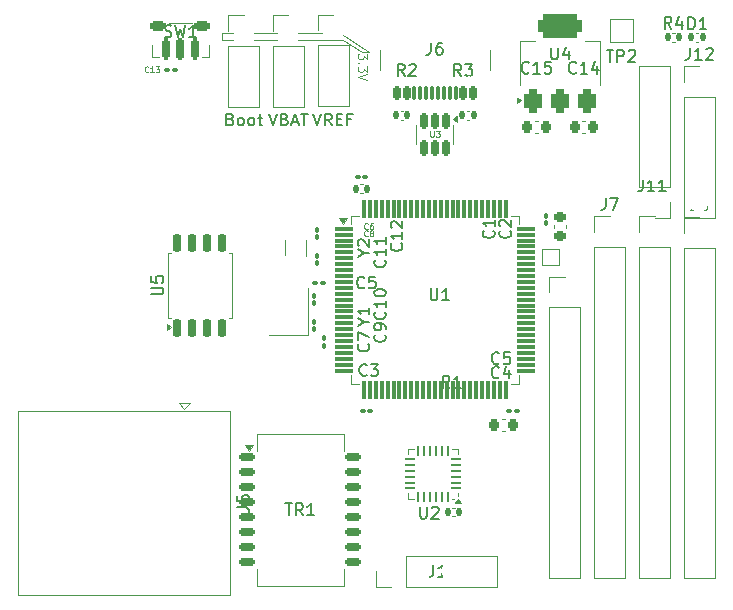
<source format=gto>
G04 #@! TF.GenerationSoftware,KiCad,Pcbnew,8.0.7*
G04 #@! TF.CreationDate,2025-01-11T17:49:48-05:00*
G04 #@! TF.ProjectId,STM32H750VBT6_Minimalistic_Design,53544d33-3248-4373-9530-564254365f4d,rev?*
G04 #@! TF.SameCoordinates,Original*
G04 #@! TF.FileFunction,Legend,Top*
G04 #@! TF.FilePolarity,Positive*
%FSLAX46Y46*%
G04 Gerber Fmt 4.6, Leading zero omitted, Abs format (unit mm)*
G04 Created by KiCad (PCBNEW 8.0.7) date 2025-01-11 17:49:48*
%MOMM*%
%LPD*%
G01*
G04 APERTURE LIST*
G04 Aperture macros list*
%AMRoundRect*
0 Rectangle with rounded corners*
0 $1 Rounding radius*
0 $2 $3 $4 $5 $6 $7 $8 $9 X,Y pos of 4 corners*
0 Add a 4 corners polygon primitive as box body*
4,1,4,$2,$3,$4,$5,$6,$7,$8,$9,$2,$3,0*
0 Add four circle primitives for the rounded corners*
1,1,$1+$1,$2,$3*
1,1,$1+$1,$4,$5*
1,1,$1+$1,$6,$7*
1,1,$1+$1,$8,$9*
0 Add four rect primitives between the rounded corners*
20,1,$1+$1,$2,$3,$4,$5,0*
20,1,$1+$1,$4,$5,$6,$7,0*
20,1,$1+$1,$6,$7,$8,$9,0*
20,1,$1+$1,$8,$9,$2,$3,0*%
G04 Aperture macros list end*
%ADD10C,0.100000*%
%ADD11C,0.150000*%
%ADD12C,0.125000*%
%ADD13C,0.120000*%
%ADD14RoundRect,0.100000X0.130000X0.100000X-0.130000X0.100000X-0.130000X-0.100000X0.130000X-0.100000X0*%
%ADD15RoundRect,0.100000X-0.130000X-0.100000X0.130000X-0.100000X0.130000X0.100000X-0.130000X0.100000X0*%
%ADD16RoundRect,0.062500X0.375000X0.062500X-0.375000X0.062500X-0.375000X-0.062500X0.375000X-0.062500X0*%
%ADD17RoundRect,0.062500X0.062500X0.375000X-0.062500X0.375000X-0.062500X-0.375000X0.062500X-0.375000X0*%
%ADD18R,2.500000X2.500000*%
%ADD19R,1.700000X1.700000*%
%ADD20O,1.700000X1.700000*%
%ADD21RoundRect,0.100000X-0.100000X0.130000X-0.100000X-0.130000X0.100000X-0.130000X0.100000X0.130000X0*%
%ADD22C,0.650000*%
%ADD23RoundRect,0.150000X0.150000X0.425000X-0.150000X0.425000X-0.150000X-0.425000X0.150000X-0.425000X0*%
%ADD24RoundRect,0.075000X0.075000X0.500000X-0.075000X0.500000X-0.075000X-0.500000X0.075000X-0.500000X0*%
%ADD25O,1.000000X2.100000*%
%ADD26O,1.000000X1.800000*%
%ADD27RoundRect,0.150000X0.150000X-0.650000X0.150000X0.650000X-0.150000X0.650000X-0.150000X-0.650000X0*%
%ADD28RoundRect,0.140000X-0.140000X-0.170000X0.140000X-0.170000X0.140000X0.170000X-0.140000X0.170000X0*%
%ADD29C,0.900000*%
%ADD30RoundRect,0.187500X0.187500X0.712500X-0.187500X0.712500X-0.187500X-0.712500X0.187500X-0.712500X0*%
%ADD31RoundRect,0.150000X0.150000X0.750000X-0.150000X0.750000X-0.150000X-0.750000X0.150000X-0.750000X0*%
%ADD32RoundRect,0.225000X0.425000X0.225000X-0.425000X0.225000X-0.425000X-0.225000X0.425000X-0.225000X0*%
%ADD33RoundRect,0.075000X-0.075000X-0.725000X0.075000X-0.725000X0.075000X0.725000X-0.075000X0.725000X0*%
%ADD34RoundRect,0.075000X-0.725000X-0.075000X0.725000X-0.075000X0.725000X0.075000X-0.725000X0.075000X0*%
%ADD35RoundRect,0.100000X0.100000X-0.130000X0.100000X0.130000X-0.100000X0.130000X-0.100000X-0.130000X0*%
%ADD36RoundRect,0.150000X-0.150000X0.512500X-0.150000X-0.512500X0.150000X-0.512500X0.150000X0.512500X0*%
%ADD37RoundRect,0.225000X-0.225000X-0.250000X0.225000X-0.250000X0.225000X0.250000X-0.225000X0.250000X0*%
%ADD38R,1.500000X1.500000*%
%ADD39R,1.200000X1.400000*%
%ADD40C,3.200000*%
%ADD41C,1.500000*%
%ADD42RoundRect,0.225000X0.250000X-0.225000X0.250000X0.225000X-0.250000X0.225000X-0.250000X-0.225000X0*%
%ADD43RoundRect,0.225000X0.225000X0.250000X-0.225000X0.250000X-0.225000X-0.250000X0.225000X-0.250000X0*%
%ADD44R,1.000000X1.000000*%
%ADD45RoundRect,0.150000X-0.537500X-0.150000X0.537500X-0.150000X0.537500X0.150000X-0.537500X0.150000X0*%
%ADD46RoundRect,0.140000X0.140000X0.170000X-0.140000X0.170000X-0.140000X-0.170000X0.140000X-0.170000X0*%
%ADD47RoundRect,0.375000X0.375000X-0.625000X0.375000X0.625000X-0.375000X0.625000X-0.375000X-0.625000X0*%
%ADD48RoundRect,0.500000X1.400000X-0.500000X1.400000X0.500000X-1.400000X0.500000X-1.400000X-0.500000X0*%
%ADD49R,1.800000X1.000000*%
G04 APERTURE END LIST*
D10*
X134400000Y-81800000D02*
X136800000Y-83400000D01*
X124400000Y-82400000D02*
X124400000Y-81800000D01*
X134600000Y-82400000D02*
X124400000Y-82400000D01*
X136800000Y-83400000D02*
X136200000Y-83400000D01*
X136200000Y-83400000D02*
X134600000Y-82400000D01*
X124400000Y-81800000D02*
X134400000Y-81800000D01*
D11*
X147833333Y-109759580D02*
X147785714Y-109807200D01*
X147785714Y-109807200D02*
X147642857Y-109854819D01*
X147642857Y-109854819D02*
X147547619Y-109854819D01*
X147547619Y-109854819D02*
X147404762Y-109807200D01*
X147404762Y-109807200D02*
X147309524Y-109711961D01*
X147309524Y-109711961D02*
X147261905Y-109616723D01*
X147261905Y-109616723D02*
X147214286Y-109426247D01*
X147214286Y-109426247D02*
X147214286Y-109283390D01*
X147214286Y-109283390D02*
X147261905Y-109092914D01*
X147261905Y-109092914D02*
X147309524Y-108997676D01*
X147309524Y-108997676D02*
X147404762Y-108902438D01*
X147404762Y-108902438D02*
X147547619Y-108854819D01*
X147547619Y-108854819D02*
X147642857Y-108854819D01*
X147642857Y-108854819D02*
X147785714Y-108902438D01*
X147785714Y-108902438D02*
X147833333Y-108950057D01*
X148738095Y-108854819D02*
X148261905Y-108854819D01*
X148261905Y-108854819D02*
X148214286Y-109331009D01*
X148214286Y-109331009D02*
X148261905Y-109283390D01*
X148261905Y-109283390D02*
X148357143Y-109235771D01*
X148357143Y-109235771D02*
X148595238Y-109235771D01*
X148595238Y-109235771D02*
X148690476Y-109283390D01*
X148690476Y-109283390D02*
X148738095Y-109331009D01*
X148738095Y-109331009D02*
X148785714Y-109426247D01*
X148785714Y-109426247D02*
X148785714Y-109664342D01*
X148785714Y-109664342D02*
X148738095Y-109759580D01*
X148738095Y-109759580D02*
X148690476Y-109807200D01*
X148690476Y-109807200D02*
X148595238Y-109854819D01*
X148595238Y-109854819D02*
X148357143Y-109854819D01*
X148357143Y-109854819D02*
X148261905Y-109807200D01*
X148261905Y-109807200D02*
X148214286Y-109759580D01*
D10*
X136646985Y-83572931D02*
X136646985Y-84037217D01*
X136646985Y-84037217D02*
X136361271Y-83787217D01*
X136361271Y-83787217D02*
X136361271Y-83894360D01*
X136361271Y-83894360D02*
X136325557Y-83965789D01*
X136325557Y-83965789D02*
X136289842Y-84001503D01*
X136289842Y-84001503D02*
X136218414Y-84037217D01*
X136218414Y-84037217D02*
X136039842Y-84037217D01*
X136039842Y-84037217D02*
X135968414Y-84001503D01*
X135968414Y-84001503D02*
X135932700Y-83965789D01*
X135932700Y-83965789D02*
X135896985Y-83894360D01*
X135896985Y-83894360D02*
X135896985Y-83680074D01*
X135896985Y-83680074D02*
X135932700Y-83608646D01*
X135932700Y-83608646D02*
X135968414Y-83572931D01*
X135968414Y-84358646D02*
X135932700Y-84394360D01*
X135932700Y-84394360D02*
X135896985Y-84358646D01*
X135896985Y-84358646D02*
X135932700Y-84322932D01*
X135932700Y-84322932D02*
X135968414Y-84358646D01*
X135968414Y-84358646D02*
X135896985Y-84358646D01*
X136646985Y-84644360D02*
X136646985Y-85108646D01*
X136646985Y-85108646D02*
X136361271Y-84858646D01*
X136361271Y-84858646D02*
X136361271Y-84965789D01*
X136361271Y-84965789D02*
X136325557Y-85037218D01*
X136325557Y-85037218D02*
X136289842Y-85072932D01*
X136289842Y-85072932D02*
X136218414Y-85108646D01*
X136218414Y-85108646D02*
X136039842Y-85108646D01*
X136039842Y-85108646D02*
X135968414Y-85072932D01*
X135968414Y-85072932D02*
X135932700Y-85037218D01*
X135932700Y-85037218D02*
X135896985Y-84965789D01*
X135896985Y-84965789D02*
X135896985Y-84751503D01*
X135896985Y-84751503D02*
X135932700Y-84680075D01*
X135932700Y-84680075D02*
X135968414Y-84644360D01*
X136646985Y-85322932D02*
X135896985Y-85572932D01*
X135896985Y-85572932D02*
X136646985Y-85822932D01*
D12*
X118128571Y-85092190D02*
X118104762Y-85116000D01*
X118104762Y-85116000D02*
X118033333Y-85139809D01*
X118033333Y-85139809D02*
X117985714Y-85139809D01*
X117985714Y-85139809D02*
X117914286Y-85116000D01*
X117914286Y-85116000D02*
X117866667Y-85068380D01*
X117866667Y-85068380D02*
X117842857Y-85020761D01*
X117842857Y-85020761D02*
X117819048Y-84925523D01*
X117819048Y-84925523D02*
X117819048Y-84854095D01*
X117819048Y-84854095D02*
X117842857Y-84758857D01*
X117842857Y-84758857D02*
X117866667Y-84711238D01*
X117866667Y-84711238D02*
X117914286Y-84663619D01*
X117914286Y-84663619D02*
X117985714Y-84639809D01*
X117985714Y-84639809D02*
X118033333Y-84639809D01*
X118033333Y-84639809D02*
X118104762Y-84663619D01*
X118104762Y-84663619D02*
X118128571Y-84687428D01*
X118604762Y-85139809D02*
X118319048Y-85139809D01*
X118461905Y-85139809D02*
X118461905Y-84639809D01*
X118461905Y-84639809D02*
X118414286Y-84711238D01*
X118414286Y-84711238D02*
X118366667Y-84758857D01*
X118366667Y-84758857D02*
X118319048Y-84782666D01*
X118771428Y-84639809D02*
X119080952Y-84639809D01*
X119080952Y-84639809D02*
X118914285Y-84830285D01*
X118914285Y-84830285D02*
X118985714Y-84830285D01*
X118985714Y-84830285D02*
X119033333Y-84854095D01*
X119033333Y-84854095D02*
X119057142Y-84877904D01*
X119057142Y-84877904D02*
X119080952Y-84925523D01*
X119080952Y-84925523D02*
X119080952Y-85044571D01*
X119080952Y-85044571D02*
X119057142Y-85092190D01*
X119057142Y-85092190D02*
X119033333Y-85116000D01*
X119033333Y-85116000D02*
X118985714Y-85139809D01*
X118985714Y-85139809D02*
X118842857Y-85139809D01*
X118842857Y-85139809D02*
X118795238Y-85116000D01*
X118795238Y-85116000D02*
X118771428Y-85092190D01*
X136716666Y-98377190D02*
X136692857Y-98401000D01*
X136692857Y-98401000D02*
X136621428Y-98424809D01*
X136621428Y-98424809D02*
X136573809Y-98424809D01*
X136573809Y-98424809D02*
X136502381Y-98401000D01*
X136502381Y-98401000D02*
X136454762Y-98353380D01*
X136454762Y-98353380D02*
X136430952Y-98305761D01*
X136430952Y-98305761D02*
X136407143Y-98210523D01*
X136407143Y-98210523D02*
X136407143Y-98139095D01*
X136407143Y-98139095D02*
X136430952Y-98043857D01*
X136430952Y-98043857D02*
X136454762Y-97996238D01*
X136454762Y-97996238D02*
X136502381Y-97948619D01*
X136502381Y-97948619D02*
X136573809Y-97924809D01*
X136573809Y-97924809D02*
X136621428Y-97924809D01*
X136621428Y-97924809D02*
X136692857Y-97948619D01*
X136692857Y-97948619D02*
X136716666Y-97972428D01*
X137145238Y-97924809D02*
X137050000Y-97924809D01*
X137050000Y-97924809D02*
X137002381Y-97948619D01*
X137002381Y-97948619D02*
X136978571Y-97972428D01*
X136978571Y-97972428D02*
X136930952Y-98043857D01*
X136930952Y-98043857D02*
X136907143Y-98139095D01*
X136907143Y-98139095D02*
X136907143Y-98329571D01*
X136907143Y-98329571D02*
X136930952Y-98377190D01*
X136930952Y-98377190D02*
X136954762Y-98401000D01*
X136954762Y-98401000D02*
X137002381Y-98424809D01*
X137002381Y-98424809D02*
X137097619Y-98424809D01*
X137097619Y-98424809D02*
X137145238Y-98401000D01*
X137145238Y-98401000D02*
X137169047Y-98377190D01*
X137169047Y-98377190D02*
X137192857Y-98329571D01*
X137192857Y-98329571D02*
X137192857Y-98210523D01*
X137192857Y-98210523D02*
X137169047Y-98162904D01*
X137169047Y-98162904D02*
X137145238Y-98139095D01*
X137145238Y-98139095D02*
X137097619Y-98115285D01*
X137097619Y-98115285D02*
X137002381Y-98115285D01*
X137002381Y-98115285D02*
X136954762Y-98139095D01*
X136954762Y-98139095D02*
X136930952Y-98162904D01*
X136930952Y-98162904D02*
X136907143Y-98210523D01*
D11*
X141138095Y-121929819D02*
X141138095Y-122739342D01*
X141138095Y-122739342D02*
X141185714Y-122834580D01*
X141185714Y-122834580D02*
X141233333Y-122882200D01*
X141233333Y-122882200D02*
X141328571Y-122929819D01*
X141328571Y-122929819D02*
X141519047Y-122929819D01*
X141519047Y-122929819D02*
X141614285Y-122882200D01*
X141614285Y-122882200D02*
X141661904Y-122834580D01*
X141661904Y-122834580D02*
X141709523Y-122739342D01*
X141709523Y-122739342D02*
X141709523Y-121929819D01*
X142138095Y-122025057D02*
X142185714Y-121977438D01*
X142185714Y-121977438D02*
X142280952Y-121929819D01*
X142280952Y-121929819D02*
X142519047Y-121929819D01*
X142519047Y-121929819D02*
X142614285Y-121977438D01*
X142614285Y-121977438D02*
X142661904Y-122025057D01*
X142661904Y-122025057D02*
X142709523Y-122120295D01*
X142709523Y-122120295D02*
X142709523Y-122215533D01*
X142709523Y-122215533D02*
X142661904Y-122358390D01*
X142661904Y-122358390D02*
X142090476Y-122929819D01*
X142090476Y-122929819D02*
X142709523Y-122929819D01*
X163990476Y-83094819D02*
X163990476Y-83809104D01*
X163990476Y-83809104D02*
X163942857Y-83951961D01*
X163942857Y-83951961D02*
X163847619Y-84047200D01*
X163847619Y-84047200D02*
X163704762Y-84094819D01*
X163704762Y-84094819D02*
X163609524Y-84094819D01*
X164990476Y-84094819D02*
X164419048Y-84094819D01*
X164704762Y-84094819D02*
X164704762Y-83094819D01*
X164704762Y-83094819D02*
X164609524Y-83237676D01*
X164609524Y-83237676D02*
X164514286Y-83332914D01*
X164514286Y-83332914D02*
X164419048Y-83380533D01*
X165371429Y-83190057D02*
X165419048Y-83142438D01*
X165419048Y-83142438D02*
X165514286Y-83094819D01*
X165514286Y-83094819D02*
X165752381Y-83094819D01*
X165752381Y-83094819D02*
X165847619Y-83142438D01*
X165847619Y-83142438D02*
X165895238Y-83190057D01*
X165895238Y-83190057D02*
X165942857Y-83285295D01*
X165942857Y-83285295D02*
X165942857Y-83380533D01*
X165942857Y-83380533D02*
X165895238Y-83523390D01*
X165895238Y-83523390D02*
X165323810Y-84094819D01*
X165323810Y-84094819D02*
X165942857Y-84094819D01*
X138159580Y-101042857D02*
X138207200Y-101090476D01*
X138207200Y-101090476D02*
X138254819Y-101233333D01*
X138254819Y-101233333D02*
X138254819Y-101328571D01*
X138254819Y-101328571D02*
X138207200Y-101471428D01*
X138207200Y-101471428D02*
X138111961Y-101566666D01*
X138111961Y-101566666D02*
X138016723Y-101614285D01*
X138016723Y-101614285D02*
X137826247Y-101661904D01*
X137826247Y-101661904D02*
X137683390Y-101661904D01*
X137683390Y-101661904D02*
X137492914Y-101614285D01*
X137492914Y-101614285D02*
X137397676Y-101566666D01*
X137397676Y-101566666D02*
X137302438Y-101471428D01*
X137302438Y-101471428D02*
X137254819Y-101328571D01*
X137254819Y-101328571D02*
X137254819Y-101233333D01*
X137254819Y-101233333D02*
X137302438Y-101090476D01*
X137302438Y-101090476D02*
X137350057Y-101042857D01*
X138254819Y-100090476D02*
X138254819Y-100661904D01*
X138254819Y-100376190D02*
X137254819Y-100376190D01*
X137254819Y-100376190D02*
X137397676Y-100471428D01*
X137397676Y-100471428D02*
X137492914Y-100566666D01*
X137492914Y-100566666D02*
X137540533Y-100661904D01*
X138254819Y-99138095D02*
X138254819Y-99709523D01*
X138254819Y-99423809D02*
X137254819Y-99423809D01*
X137254819Y-99423809D02*
X137397676Y-99519047D01*
X137397676Y-99519047D02*
X137492914Y-99614285D01*
X137492914Y-99614285D02*
X137540533Y-99709523D01*
X142066666Y-82649819D02*
X142066666Y-83364104D01*
X142066666Y-83364104D02*
X142019047Y-83506961D01*
X142019047Y-83506961D02*
X141923809Y-83602200D01*
X141923809Y-83602200D02*
X141780952Y-83649819D01*
X141780952Y-83649819D02*
X141685714Y-83649819D01*
X142971428Y-82649819D02*
X142780952Y-82649819D01*
X142780952Y-82649819D02*
X142685714Y-82697438D01*
X142685714Y-82697438D02*
X142638095Y-82745057D01*
X142638095Y-82745057D02*
X142542857Y-82887914D01*
X142542857Y-82887914D02*
X142495238Y-83078390D01*
X142495238Y-83078390D02*
X142495238Y-83459342D01*
X142495238Y-83459342D02*
X142542857Y-83554580D01*
X142542857Y-83554580D02*
X142590476Y-83602200D01*
X142590476Y-83602200D02*
X142685714Y-83649819D01*
X142685714Y-83649819D02*
X142876190Y-83649819D01*
X142876190Y-83649819D02*
X142971428Y-83602200D01*
X142971428Y-83602200D02*
X143019047Y-83554580D01*
X143019047Y-83554580D02*
X143066666Y-83459342D01*
X143066666Y-83459342D02*
X143066666Y-83221247D01*
X143066666Y-83221247D02*
X143019047Y-83126009D01*
X143019047Y-83126009D02*
X142971428Y-83078390D01*
X142971428Y-83078390D02*
X142876190Y-83030771D01*
X142876190Y-83030771D02*
X142685714Y-83030771D01*
X142685714Y-83030771D02*
X142590476Y-83078390D01*
X142590476Y-83078390D02*
X142542857Y-83126009D01*
X142542857Y-83126009D02*
X142495238Y-83221247D01*
X118389819Y-103961904D02*
X119199342Y-103961904D01*
X119199342Y-103961904D02*
X119294580Y-103914285D01*
X119294580Y-103914285D02*
X119342200Y-103866666D01*
X119342200Y-103866666D02*
X119389819Y-103771428D01*
X119389819Y-103771428D02*
X119389819Y-103580952D01*
X119389819Y-103580952D02*
X119342200Y-103485714D01*
X119342200Y-103485714D02*
X119294580Y-103438095D01*
X119294580Y-103438095D02*
X119199342Y-103390476D01*
X119199342Y-103390476D02*
X118389819Y-103390476D01*
X118389819Y-102438095D02*
X118389819Y-102914285D01*
X118389819Y-102914285D02*
X118866009Y-102961904D01*
X118866009Y-102961904D02*
X118818390Y-102914285D01*
X118818390Y-102914285D02*
X118770771Y-102819047D01*
X118770771Y-102819047D02*
X118770771Y-102580952D01*
X118770771Y-102580952D02*
X118818390Y-102485714D01*
X118818390Y-102485714D02*
X118866009Y-102438095D01*
X118866009Y-102438095D02*
X118961247Y-102390476D01*
X118961247Y-102390476D02*
X119199342Y-102390476D01*
X119199342Y-102390476D02*
X119294580Y-102438095D01*
X119294580Y-102438095D02*
X119342200Y-102485714D01*
X119342200Y-102485714D02*
X119389819Y-102580952D01*
X119389819Y-102580952D02*
X119389819Y-102819047D01*
X119389819Y-102819047D02*
X119342200Y-102914285D01*
X119342200Y-102914285D02*
X119294580Y-102961904D01*
X139833333Y-85454819D02*
X139500000Y-84978628D01*
X139261905Y-85454819D02*
X139261905Y-84454819D01*
X139261905Y-84454819D02*
X139642857Y-84454819D01*
X139642857Y-84454819D02*
X139738095Y-84502438D01*
X139738095Y-84502438D02*
X139785714Y-84550057D01*
X139785714Y-84550057D02*
X139833333Y-84645295D01*
X139833333Y-84645295D02*
X139833333Y-84788152D01*
X139833333Y-84788152D02*
X139785714Y-84883390D01*
X139785714Y-84883390D02*
X139738095Y-84931009D01*
X139738095Y-84931009D02*
X139642857Y-84978628D01*
X139642857Y-84978628D02*
X139261905Y-84978628D01*
X140214286Y-84550057D02*
X140261905Y-84502438D01*
X140261905Y-84502438D02*
X140357143Y-84454819D01*
X140357143Y-84454819D02*
X140595238Y-84454819D01*
X140595238Y-84454819D02*
X140690476Y-84502438D01*
X140690476Y-84502438D02*
X140738095Y-84550057D01*
X140738095Y-84550057D02*
X140785714Y-84645295D01*
X140785714Y-84645295D02*
X140785714Y-84740533D01*
X140785714Y-84740533D02*
X140738095Y-84883390D01*
X140738095Y-84883390D02*
X140166667Y-85454819D01*
X140166667Y-85454819D02*
X140785714Y-85454819D01*
X119516667Y-82122200D02*
X119659524Y-82169819D01*
X119659524Y-82169819D02*
X119897619Y-82169819D01*
X119897619Y-82169819D02*
X119992857Y-82122200D01*
X119992857Y-82122200D02*
X120040476Y-82074580D01*
X120040476Y-82074580D02*
X120088095Y-81979342D01*
X120088095Y-81979342D02*
X120088095Y-81884104D01*
X120088095Y-81884104D02*
X120040476Y-81788866D01*
X120040476Y-81788866D02*
X119992857Y-81741247D01*
X119992857Y-81741247D02*
X119897619Y-81693628D01*
X119897619Y-81693628D02*
X119707143Y-81646009D01*
X119707143Y-81646009D02*
X119611905Y-81598390D01*
X119611905Y-81598390D02*
X119564286Y-81550771D01*
X119564286Y-81550771D02*
X119516667Y-81455533D01*
X119516667Y-81455533D02*
X119516667Y-81360295D01*
X119516667Y-81360295D02*
X119564286Y-81265057D01*
X119564286Y-81265057D02*
X119611905Y-81217438D01*
X119611905Y-81217438D02*
X119707143Y-81169819D01*
X119707143Y-81169819D02*
X119945238Y-81169819D01*
X119945238Y-81169819D02*
X120088095Y-81217438D01*
X120421429Y-81169819D02*
X120659524Y-82169819D01*
X120659524Y-82169819D02*
X120850000Y-81455533D01*
X120850000Y-81455533D02*
X121040476Y-82169819D01*
X121040476Y-82169819D02*
X121278572Y-81169819D01*
X122183333Y-82169819D02*
X121611905Y-82169819D01*
X121897619Y-82169819D02*
X121897619Y-81169819D01*
X121897619Y-81169819D02*
X121802381Y-81312676D01*
X121802381Y-81312676D02*
X121707143Y-81407914D01*
X121707143Y-81407914D02*
X121611905Y-81455533D01*
X142038095Y-103454819D02*
X142038095Y-104264342D01*
X142038095Y-104264342D02*
X142085714Y-104359580D01*
X142085714Y-104359580D02*
X142133333Y-104407200D01*
X142133333Y-104407200D02*
X142228571Y-104454819D01*
X142228571Y-104454819D02*
X142419047Y-104454819D01*
X142419047Y-104454819D02*
X142514285Y-104407200D01*
X142514285Y-104407200D02*
X142561904Y-104359580D01*
X142561904Y-104359580D02*
X142609523Y-104264342D01*
X142609523Y-104264342D02*
X142609523Y-103454819D01*
X143609523Y-104454819D02*
X143038095Y-104454819D01*
X143323809Y-104454819D02*
X143323809Y-103454819D01*
X143323809Y-103454819D02*
X143228571Y-103597676D01*
X143228571Y-103597676D02*
X143133333Y-103692914D01*
X143133333Y-103692914D02*
X143038095Y-103740533D01*
X136759580Y-108166666D02*
X136807200Y-108214285D01*
X136807200Y-108214285D02*
X136854819Y-108357142D01*
X136854819Y-108357142D02*
X136854819Y-108452380D01*
X136854819Y-108452380D02*
X136807200Y-108595237D01*
X136807200Y-108595237D02*
X136711961Y-108690475D01*
X136711961Y-108690475D02*
X136616723Y-108738094D01*
X136616723Y-108738094D02*
X136426247Y-108785713D01*
X136426247Y-108785713D02*
X136283390Y-108785713D01*
X136283390Y-108785713D02*
X136092914Y-108738094D01*
X136092914Y-108738094D02*
X135997676Y-108690475D01*
X135997676Y-108690475D02*
X135902438Y-108595237D01*
X135902438Y-108595237D02*
X135854819Y-108452380D01*
X135854819Y-108452380D02*
X135854819Y-108357142D01*
X135854819Y-108357142D02*
X135902438Y-108214285D01*
X135902438Y-108214285D02*
X135950057Y-108166666D01*
X135854819Y-107833332D02*
X135854819Y-107166666D01*
X135854819Y-107166666D02*
X136854819Y-107595237D01*
D12*
X142019047Y-90124809D02*
X142019047Y-90529571D01*
X142019047Y-90529571D02*
X142042857Y-90577190D01*
X142042857Y-90577190D02*
X142066666Y-90601000D01*
X142066666Y-90601000D02*
X142114285Y-90624809D01*
X142114285Y-90624809D02*
X142209523Y-90624809D01*
X142209523Y-90624809D02*
X142257142Y-90601000D01*
X142257142Y-90601000D02*
X142280952Y-90577190D01*
X142280952Y-90577190D02*
X142304761Y-90529571D01*
X142304761Y-90529571D02*
X142304761Y-90124809D01*
X142495238Y-90124809D02*
X142804762Y-90124809D01*
X142804762Y-90124809D02*
X142638095Y-90315285D01*
X142638095Y-90315285D02*
X142709524Y-90315285D01*
X142709524Y-90315285D02*
X142757143Y-90339095D01*
X142757143Y-90339095D02*
X142780952Y-90362904D01*
X142780952Y-90362904D02*
X142804762Y-90410523D01*
X142804762Y-90410523D02*
X142804762Y-90529571D01*
X142804762Y-90529571D02*
X142780952Y-90577190D01*
X142780952Y-90577190D02*
X142757143Y-90601000D01*
X142757143Y-90601000D02*
X142709524Y-90624809D01*
X142709524Y-90624809D02*
X142566667Y-90624809D01*
X142566667Y-90624809D02*
X142519048Y-90601000D01*
X142519048Y-90601000D02*
X142495238Y-90577190D01*
D11*
X136433333Y-103359580D02*
X136385714Y-103407200D01*
X136385714Y-103407200D02*
X136242857Y-103454819D01*
X136242857Y-103454819D02*
X136147619Y-103454819D01*
X136147619Y-103454819D02*
X136004762Y-103407200D01*
X136004762Y-103407200D02*
X135909524Y-103311961D01*
X135909524Y-103311961D02*
X135861905Y-103216723D01*
X135861905Y-103216723D02*
X135814286Y-103026247D01*
X135814286Y-103026247D02*
X135814286Y-102883390D01*
X135814286Y-102883390D02*
X135861905Y-102692914D01*
X135861905Y-102692914D02*
X135909524Y-102597676D01*
X135909524Y-102597676D02*
X136004762Y-102502438D01*
X136004762Y-102502438D02*
X136147619Y-102454819D01*
X136147619Y-102454819D02*
X136242857Y-102454819D01*
X136242857Y-102454819D02*
X136385714Y-102502438D01*
X136385714Y-102502438D02*
X136433333Y-102550057D01*
X137338095Y-102454819D02*
X136861905Y-102454819D01*
X136861905Y-102454819D02*
X136814286Y-102931009D01*
X136814286Y-102931009D02*
X136861905Y-102883390D01*
X136861905Y-102883390D02*
X136957143Y-102835771D01*
X136957143Y-102835771D02*
X137195238Y-102835771D01*
X137195238Y-102835771D02*
X137290476Y-102883390D01*
X137290476Y-102883390D02*
X137338095Y-102931009D01*
X137338095Y-102931009D02*
X137385714Y-103026247D01*
X137385714Y-103026247D02*
X137385714Y-103264342D01*
X137385714Y-103264342D02*
X137338095Y-103359580D01*
X137338095Y-103359580D02*
X137290476Y-103407200D01*
X137290476Y-103407200D02*
X137195238Y-103454819D01*
X137195238Y-103454819D02*
X136957143Y-103454819D01*
X136957143Y-103454819D02*
X136861905Y-103407200D01*
X136861905Y-103407200D02*
X136814286Y-103359580D01*
X136633333Y-110759580D02*
X136585714Y-110807200D01*
X136585714Y-110807200D02*
X136442857Y-110854819D01*
X136442857Y-110854819D02*
X136347619Y-110854819D01*
X136347619Y-110854819D02*
X136204762Y-110807200D01*
X136204762Y-110807200D02*
X136109524Y-110711961D01*
X136109524Y-110711961D02*
X136061905Y-110616723D01*
X136061905Y-110616723D02*
X136014286Y-110426247D01*
X136014286Y-110426247D02*
X136014286Y-110283390D01*
X136014286Y-110283390D02*
X136061905Y-110092914D01*
X136061905Y-110092914D02*
X136109524Y-109997676D01*
X136109524Y-109997676D02*
X136204762Y-109902438D01*
X136204762Y-109902438D02*
X136347619Y-109854819D01*
X136347619Y-109854819D02*
X136442857Y-109854819D01*
X136442857Y-109854819D02*
X136585714Y-109902438D01*
X136585714Y-109902438D02*
X136633333Y-109950057D01*
X136966667Y-109854819D02*
X137585714Y-109854819D01*
X137585714Y-109854819D02*
X137252381Y-110235771D01*
X137252381Y-110235771D02*
X137395238Y-110235771D01*
X137395238Y-110235771D02*
X137490476Y-110283390D01*
X137490476Y-110283390D02*
X137538095Y-110331009D01*
X137538095Y-110331009D02*
X137585714Y-110426247D01*
X137585714Y-110426247D02*
X137585714Y-110664342D01*
X137585714Y-110664342D02*
X137538095Y-110759580D01*
X137538095Y-110759580D02*
X137490476Y-110807200D01*
X137490476Y-110807200D02*
X137395238Y-110854819D01*
X137395238Y-110854819D02*
X137109524Y-110854819D01*
X137109524Y-110854819D02*
X137014286Y-110807200D01*
X137014286Y-110807200D02*
X136966667Y-110759580D01*
D12*
X136716666Y-98977190D02*
X136692857Y-99001000D01*
X136692857Y-99001000D02*
X136621428Y-99024809D01*
X136621428Y-99024809D02*
X136573809Y-99024809D01*
X136573809Y-99024809D02*
X136502381Y-99001000D01*
X136502381Y-99001000D02*
X136454762Y-98953380D01*
X136454762Y-98953380D02*
X136430952Y-98905761D01*
X136430952Y-98905761D02*
X136407143Y-98810523D01*
X136407143Y-98810523D02*
X136407143Y-98739095D01*
X136407143Y-98739095D02*
X136430952Y-98643857D01*
X136430952Y-98643857D02*
X136454762Y-98596238D01*
X136454762Y-98596238D02*
X136502381Y-98548619D01*
X136502381Y-98548619D02*
X136573809Y-98524809D01*
X136573809Y-98524809D02*
X136621428Y-98524809D01*
X136621428Y-98524809D02*
X136692857Y-98548619D01*
X136692857Y-98548619D02*
X136716666Y-98572428D01*
X137002381Y-98739095D02*
X136954762Y-98715285D01*
X136954762Y-98715285D02*
X136930952Y-98691476D01*
X136930952Y-98691476D02*
X136907143Y-98643857D01*
X136907143Y-98643857D02*
X136907143Y-98620047D01*
X136907143Y-98620047D02*
X136930952Y-98572428D01*
X136930952Y-98572428D02*
X136954762Y-98548619D01*
X136954762Y-98548619D02*
X137002381Y-98524809D01*
X137002381Y-98524809D02*
X137097619Y-98524809D01*
X137097619Y-98524809D02*
X137145238Y-98548619D01*
X137145238Y-98548619D02*
X137169047Y-98572428D01*
X137169047Y-98572428D02*
X137192857Y-98620047D01*
X137192857Y-98620047D02*
X137192857Y-98643857D01*
X137192857Y-98643857D02*
X137169047Y-98691476D01*
X137169047Y-98691476D02*
X137145238Y-98715285D01*
X137145238Y-98715285D02*
X137097619Y-98739095D01*
X137097619Y-98739095D02*
X137002381Y-98739095D01*
X137002381Y-98739095D02*
X136954762Y-98762904D01*
X136954762Y-98762904D02*
X136930952Y-98786714D01*
X136930952Y-98786714D02*
X136907143Y-98834333D01*
X136907143Y-98834333D02*
X136907143Y-98929571D01*
X136907143Y-98929571D02*
X136930952Y-98977190D01*
X136930952Y-98977190D02*
X136954762Y-99001000D01*
X136954762Y-99001000D02*
X137002381Y-99024809D01*
X137002381Y-99024809D02*
X137097619Y-99024809D01*
X137097619Y-99024809D02*
X137145238Y-99001000D01*
X137145238Y-99001000D02*
X137169047Y-98977190D01*
X137169047Y-98977190D02*
X137192857Y-98929571D01*
X137192857Y-98929571D02*
X137192857Y-98834333D01*
X137192857Y-98834333D02*
X137169047Y-98786714D01*
X137169047Y-98786714D02*
X137145238Y-98762904D01*
X137145238Y-98762904D02*
X137097619Y-98739095D01*
D11*
X156866666Y-95784819D02*
X156866666Y-96499104D01*
X156866666Y-96499104D02*
X156819047Y-96641961D01*
X156819047Y-96641961D02*
X156723809Y-96737200D01*
X156723809Y-96737200D02*
X156580952Y-96784819D01*
X156580952Y-96784819D02*
X156485714Y-96784819D01*
X157247619Y-95784819D02*
X157914285Y-95784819D01*
X157914285Y-95784819D02*
X157485714Y-96784819D01*
X164466666Y-95844819D02*
X164466666Y-96559104D01*
X164466666Y-96559104D02*
X164419047Y-96701961D01*
X164419047Y-96701961D02*
X164323809Y-96797200D01*
X164323809Y-96797200D02*
X164180952Y-96844819D01*
X164180952Y-96844819D02*
X164085714Y-96844819D01*
X165085714Y-96273390D02*
X164990476Y-96225771D01*
X164990476Y-96225771D02*
X164942857Y-96178152D01*
X164942857Y-96178152D02*
X164895238Y-96082914D01*
X164895238Y-96082914D02*
X164895238Y-96035295D01*
X164895238Y-96035295D02*
X164942857Y-95940057D01*
X164942857Y-95940057D02*
X164990476Y-95892438D01*
X164990476Y-95892438D02*
X165085714Y-95844819D01*
X165085714Y-95844819D02*
X165276190Y-95844819D01*
X165276190Y-95844819D02*
X165371428Y-95892438D01*
X165371428Y-95892438D02*
X165419047Y-95940057D01*
X165419047Y-95940057D02*
X165466666Y-96035295D01*
X165466666Y-96035295D02*
X165466666Y-96082914D01*
X165466666Y-96082914D02*
X165419047Y-96178152D01*
X165419047Y-96178152D02*
X165371428Y-96225771D01*
X165371428Y-96225771D02*
X165276190Y-96273390D01*
X165276190Y-96273390D02*
X165085714Y-96273390D01*
X165085714Y-96273390D02*
X164990476Y-96321009D01*
X164990476Y-96321009D02*
X164942857Y-96368628D01*
X164942857Y-96368628D02*
X164895238Y-96463866D01*
X164895238Y-96463866D02*
X164895238Y-96654342D01*
X164895238Y-96654342D02*
X164942857Y-96749580D01*
X164942857Y-96749580D02*
X164990476Y-96797200D01*
X164990476Y-96797200D02*
X165085714Y-96844819D01*
X165085714Y-96844819D02*
X165276190Y-96844819D01*
X165276190Y-96844819D02*
X165371428Y-96797200D01*
X165371428Y-96797200D02*
X165419047Y-96749580D01*
X165419047Y-96749580D02*
X165466666Y-96654342D01*
X165466666Y-96654342D02*
X165466666Y-96463866D01*
X165466666Y-96463866D02*
X165419047Y-96368628D01*
X165419047Y-96368628D02*
X165371428Y-96321009D01*
X165371428Y-96321009D02*
X165276190Y-96273390D01*
X154357142Y-85159580D02*
X154309523Y-85207200D01*
X154309523Y-85207200D02*
X154166666Y-85254819D01*
X154166666Y-85254819D02*
X154071428Y-85254819D01*
X154071428Y-85254819D02*
X153928571Y-85207200D01*
X153928571Y-85207200D02*
X153833333Y-85111961D01*
X153833333Y-85111961D02*
X153785714Y-85016723D01*
X153785714Y-85016723D02*
X153738095Y-84826247D01*
X153738095Y-84826247D02*
X153738095Y-84683390D01*
X153738095Y-84683390D02*
X153785714Y-84492914D01*
X153785714Y-84492914D02*
X153833333Y-84397676D01*
X153833333Y-84397676D02*
X153928571Y-84302438D01*
X153928571Y-84302438D02*
X154071428Y-84254819D01*
X154071428Y-84254819D02*
X154166666Y-84254819D01*
X154166666Y-84254819D02*
X154309523Y-84302438D01*
X154309523Y-84302438D02*
X154357142Y-84350057D01*
X155309523Y-85254819D02*
X154738095Y-85254819D01*
X155023809Y-85254819D02*
X155023809Y-84254819D01*
X155023809Y-84254819D02*
X154928571Y-84397676D01*
X154928571Y-84397676D02*
X154833333Y-84492914D01*
X154833333Y-84492914D02*
X154738095Y-84540533D01*
X156166666Y-84588152D02*
X156166666Y-85254819D01*
X155928571Y-84207200D02*
X155690476Y-84921485D01*
X155690476Y-84921485D02*
X156309523Y-84921485D01*
X125080952Y-89131009D02*
X125223809Y-89178628D01*
X125223809Y-89178628D02*
X125271428Y-89226247D01*
X125271428Y-89226247D02*
X125319047Y-89321485D01*
X125319047Y-89321485D02*
X125319047Y-89464342D01*
X125319047Y-89464342D02*
X125271428Y-89559580D01*
X125271428Y-89559580D02*
X125223809Y-89607200D01*
X125223809Y-89607200D02*
X125128571Y-89654819D01*
X125128571Y-89654819D02*
X124747619Y-89654819D01*
X124747619Y-89654819D02*
X124747619Y-88654819D01*
X124747619Y-88654819D02*
X125080952Y-88654819D01*
X125080952Y-88654819D02*
X125176190Y-88702438D01*
X125176190Y-88702438D02*
X125223809Y-88750057D01*
X125223809Y-88750057D02*
X125271428Y-88845295D01*
X125271428Y-88845295D02*
X125271428Y-88940533D01*
X125271428Y-88940533D02*
X125223809Y-89035771D01*
X125223809Y-89035771D02*
X125176190Y-89083390D01*
X125176190Y-89083390D02*
X125080952Y-89131009D01*
X125080952Y-89131009D02*
X124747619Y-89131009D01*
X125890476Y-89654819D02*
X125795238Y-89607200D01*
X125795238Y-89607200D02*
X125747619Y-89559580D01*
X125747619Y-89559580D02*
X125700000Y-89464342D01*
X125700000Y-89464342D02*
X125700000Y-89178628D01*
X125700000Y-89178628D02*
X125747619Y-89083390D01*
X125747619Y-89083390D02*
X125795238Y-89035771D01*
X125795238Y-89035771D02*
X125890476Y-88988152D01*
X125890476Y-88988152D02*
X126033333Y-88988152D01*
X126033333Y-88988152D02*
X126128571Y-89035771D01*
X126128571Y-89035771D02*
X126176190Y-89083390D01*
X126176190Y-89083390D02*
X126223809Y-89178628D01*
X126223809Y-89178628D02*
X126223809Y-89464342D01*
X126223809Y-89464342D02*
X126176190Y-89559580D01*
X126176190Y-89559580D02*
X126128571Y-89607200D01*
X126128571Y-89607200D02*
X126033333Y-89654819D01*
X126033333Y-89654819D02*
X125890476Y-89654819D01*
X126795238Y-89654819D02*
X126700000Y-89607200D01*
X126700000Y-89607200D02*
X126652381Y-89559580D01*
X126652381Y-89559580D02*
X126604762Y-89464342D01*
X126604762Y-89464342D02*
X126604762Y-89178628D01*
X126604762Y-89178628D02*
X126652381Y-89083390D01*
X126652381Y-89083390D02*
X126700000Y-89035771D01*
X126700000Y-89035771D02*
X126795238Y-88988152D01*
X126795238Y-88988152D02*
X126938095Y-88988152D01*
X126938095Y-88988152D02*
X127033333Y-89035771D01*
X127033333Y-89035771D02*
X127080952Y-89083390D01*
X127080952Y-89083390D02*
X127128571Y-89178628D01*
X127128571Y-89178628D02*
X127128571Y-89464342D01*
X127128571Y-89464342D02*
X127080952Y-89559580D01*
X127080952Y-89559580D02*
X127033333Y-89607200D01*
X127033333Y-89607200D02*
X126938095Y-89654819D01*
X126938095Y-89654819D02*
X126795238Y-89654819D01*
X127414286Y-88988152D02*
X127795238Y-88988152D01*
X127557143Y-88654819D02*
X127557143Y-89511961D01*
X127557143Y-89511961D02*
X127604762Y-89607200D01*
X127604762Y-89607200D02*
X127700000Y-89654819D01*
X127700000Y-89654819D02*
X127795238Y-89654819D01*
X156938095Y-83254819D02*
X157509523Y-83254819D01*
X157223809Y-84254819D02*
X157223809Y-83254819D01*
X157842857Y-84254819D02*
X157842857Y-83254819D01*
X157842857Y-83254819D02*
X158223809Y-83254819D01*
X158223809Y-83254819D02*
X158319047Y-83302438D01*
X158319047Y-83302438D02*
X158366666Y-83350057D01*
X158366666Y-83350057D02*
X158414285Y-83445295D01*
X158414285Y-83445295D02*
X158414285Y-83588152D01*
X158414285Y-83588152D02*
X158366666Y-83683390D01*
X158366666Y-83683390D02*
X158319047Y-83731009D01*
X158319047Y-83731009D02*
X158223809Y-83778628D01*
X158223809Y-83778628D02*
X157842857Y-83778628D01*
X158795238Y-83350057D02*
X158842857Y-83302438D01*
X158842857Y-83302438D02*
X158938095Y-83254819D01*
X158938095Y-83254819D02*
X159176190Y-83254819D01*
X159176190Y-83254819D02*
X159271428Y-83302438D01*
X159271428Y-83302438D02*
X159319047Y-83350057D01*
X159319047Y-83350057D02*
X159366666Y-83445295D01*
X159366666Y-83445295D02*
X159366666Y-83540533D01*
X159366666Y-83540533D02*
X159319047Y-83683390D01*
X159319047Y-83683390D02*
X158747619Y-84254819D01*
X158747619Y-84254819D02*
X159366666Y-84254819D01*
X136378628Y-106276190D02*
X136854819Y-106276190D01*
X135854819Y-106609523D02*
X136378628Y-106276190D01*
X136378628Y-106276190D02*
X135854819Y-105942857D01*
X136854819Y-105085714D02*
X136854819Y-105657142D01*
X136854819Y-105371428D02*
X135854819Y-105371428D01*
X135854819Y-105371428D02*
X135997676Y-105466666D01*
X135997676Y-105466666D02*
X136092914Y-105561904D01*
X136092914Y-105561904D02*
X136140533Y-105657142D01*
X125654819Y-121958333D02*
X126369104Y-121958333D01*
X126369104Y-121958333D02*
X126511961Y-122005952D01*
X126511961Y-122005952D02*
X126607200Y-122101190D01*
X126607200Y-122101190D02*
X126654819Y-122244047D01*
X126654819Y-122244047D02*
X126654819Y-122339285D01*
X125654819Y-121005952D02*
X125654819Y-121482142D01*
X125654819Y-121482142D02*
X126131009Y-121529761D01*
X126131009Y-121529761D02*
X126083390Y-121482142D01*
X126083390Y-121482142D02*
X126035771Y-121386904D01*
X126035771Y-121386904D02*
X126035771Y-121148809D01*
X126035771Y-121148809D02*
X126083390Y-121053571D01*
X126083390Y-121053571D02*
X126131009Y-121005952D01*
X126131009Y-121005952D02*
X126226247Y-120958333D01*
X126226247Y-120958333D02*
X126464342Y-120958333D01*
X126464342Y-120958333D02*
X126559580Y-121005952D01*
X126559580Y-121005952D02*
X126607200Y-121053571D01*
X126607200Y-121053571D02*
X126654819Y-121148809D01*
X126654819Y-121148809D02*
X126654819Y-121386904D01*
X126654819Y-121386904D02*
X126607200Y-121482142D01*
X126607200Y-121482142D02*
X126559580Y-121529761D01*
X138159580Y-107366666D02*
X138207200Y-107414285D01*
X138207200Y-107414285D02*
X138254819Y-107557142D01*
X138254819Y-107557142D02*
X138254819Y-107652380D01*
X138254819Y-107652380D02*
X138207200Y-107795237D01*
X138207200Y-107795237D02*
X138111961Y-107890475D01*
X138111961Y-107890475D02*
X138016723Y-107938094D01*
X138016723Y-107938094D02*
X137826247Y-107985713D01*
X137826247Y-107985713D02*
X137683390Y-107985713D01*
X137683390Y-107985713D02*
X137492914Y-107938094D01*
X137492914Y-107938094D02*
X137397676Y-107890475D01*
X137397676Y-107890475D02*
X137302438Y-107795237D01*
X137302438Y-107795237D02*
X137254819Y-107652380D01*
X137254819Y-107652380D02*
X137254819Y-107557142D01*
X137254819Y-107557142D02*
X137302438Y-107414285D01*
X137302438Y-107414285D02*
X137350057Y-107366666D01*
X138254819Y-106890475D02*
X138254819Y-106699999D01*
X138254819Y-106699999D02*
X138207200Y-106604761D01*
X138207200Y-106604761D02*
X138159580Y-106557142D01*
X138159580Y-106557142D02*
X138016723Y-106461904D01*
X138016723Y-106461904D02*
X137826247Y-106414285D01*
X137826247Y-106414285D02*
X137445295Y-106414285D01*
X137445295Y-106414285D02*
X137350057Y-106461904D01*
X137350057Y-106461904D02*
X137302438Y-106509523D01*
X137302438Y-106509523D02*
X137254819Y-106604761D01*
X137254819Y-106604761D02*
X137254819Y-106795237D01*
X137254819Y-106795237D02*
X137302438Y-106890475D01*
X137302438Y-106890475D02*
X137350057Y-106938094D01*
X137350057Y-106938094D02*
X137445295Y-106985713D01*
X137445295Y-106985713D02*
X137683390Y-106985713D01*
X137683390Y-106985713D02*
X137778628Y-106938094D01*
X137778628Y-106938094D02*
X137826247Y-106890475D01*
X137826247Y-106890475D02*
X137873866Y-106795237D01*
X137873866Y-106795237D02*
X137873866Y-106604761D01*
X137873866Y-106604761D02*
X137826247Y-106509523D01*
X137826247Y-106509523D02*
X137778628Y-106461904D01*
X137778628Y-106461904D02*
X137683390Y-106414285D01*
X163861905Y-81494819D02*
X163861905Y-80494819D01*
X163861905Y-80494819D02*
X164100000Y-80494819D01*
X164100000Y-80494819D02*
X164242857Y-80542438D01*
X164242857Y-80542438D02*
X164338095Y-80637676D01*
X164338095Y-80637676D02*
X164385714Y-80732914D01*
X164385714Y-80732914D02*
X164433333Y-80923390D01*
X164433333Y-80923390D02*
X164433333Y-81066247D01*
X164433333Y-81066247D02*
X164385714Y-81256723D01*
X164385714Y-81256723D02*
X164338095Y-81351961D01*
X164338095Y-81351961D02*
X164242857Y-81447200D01*
X164242857Y-81447200D02*
X164100000Y-81494819D01*
X164100000Y-81494819D02*
X163861905Y-81494819D01*
X165385714Y-81494819D02*
X164814286Y-81494819D01*
X165100000Y-81494819D02*
X165100000Y-80494819D01*
X165100000Y-80494819D02*
X165004762Y-80637676D01*
X165004762Y-80637676D02*
X164909524Y-80732914D01*
X164909524Y-80732914D02*
X164814286Y-80780533D01*
X142266666Y-126854819D02*
X142266666Y-127569104D01*
X142266666Y-127569104D02*
X142219047Y-127711961D01*
X142219047Y-127711961D02*
X142123809Y-127807200D01*
X142123809Y-127807200D02*
X141980952Y-127854819D01*
X141980952Y-127854819D02*
X141885714Y-127854819D01*
X143266666Y-127854819D02*
X142695238Y-127854819D01*
X142980952Y-127854819D02*
X142980952Y-126854819D01*
X142980952Y-126854819D02*
X142885714Y-126997676D01*
X142885714Y-126997676D02*
X142790476Y-127092914D01*
X142790476Y-127092914D02*
X142695238Y-127140533D01*
X132085714Y-88654819D02*
X132419047Y-89654819D01*
X132419047Y-89654819D02*
X132752380Y-88654819D01*
X133657142Y-89654819D02*
X133323809Y-89178628D01*
X133085714Y-89654819D02*
X133085714Y-88654819D01*
X133085714Y-88654819D02*
X133466666Y-88654819D01*
X133466666Y-88654819D02*
X133561904Y-88702438D01*
X133561904Y-88702438D02*
X133609523Y-88750057D01*
X133609523Y-88750057D02*
X133657142Y-88845295D01*
X133657142Y-88845295D02*
X133657142Y-88988152D01*
X133657142Y-88988152D02*
X133609523Y-89083390D01*
X133609523Y-89083390D02*
X133561904Y-89131009D01*
X133561904Y-89131009D02*
X133466666Y-89178628D01*
X133466666Y-89178628D02*
X133085714Y-89178628D01*
X134085714Y-89131009D02*
X134419047Y-89131009D01*
X134561904Y-89654819D02*
X134085714Y-89654819D01*
X134085714Y-89654819D02*
X134085714Y-88654819D01*
X134085714Y-88654819D02*
X134561904Y-88654819D01*
X135323809Y-89131009D02*
X134990476Y-89131009D01*
X134990476Y-89654819D02*
X134990476Y-88654819D01*
X134990476Y-88654819D02*
X135466666Y-88654819D01*
X148759580Y-98566666D02*
X148807200Y-98614285D01*
X148807200Y-98614285D02*
X148854819Y-98757142D01*
X148854819Y-98757142D02*
X148854819Y-98852380D01*
X148854819Y-98852380D02*
X148807200Y-98995237D01*
X148807200Y-98995237D02*
X148711961Y-99090475D01*
X148711961Y-99090475D02*
X148616723Y-99138094D01*
X148616723Y-99138094D02*
X148426247Y-99185713D01*
X148426247Y-99185713D02*
X148283390Y-99185713D01*
X148283390Y-99185713D02*
X148092914Y-99138094D01*
X148092914Y-99138094D02*
X147997676Y-99090475D01*
X147997676Y-99090475D02*
X147902438Y-98995237D01*
X147902438Y-98995237D02*
X147854819Y-98852380D01*
X147854819Y-98852380D02*
X147854819Y-98757142D01*
X147854819Y-98757142D02*
X147902438Y-98614285D01*
X147902438Y-98614285D02*
X147950057Y-98566666D01*
X147950057Y-98185713D02*
X147902438Y-98138094D01*
X147902438Y-98138094D02*
X147854819Y-98042856D01*
X147854819Y-98042856D02*
X147854819Y-97804761D01*
X147854819Y-97804761D02*
X147902438Y-97709523D01*
X147902438Y-97709523D02*
X147950057Y-97661904D01*
X147950057Y-97661904D02*
X148045295Y-97614285D01*
X148045295Y-97614285D02*
X148140533Y-97614285D01*
X148140533Y-97614285D02*
X148283390Y-97661904D01*
X148283390Y-97661904D02*
X148854819Y-98233332D01*
X148854819Y-98233332D02*
X148854819Y-97614285D01*
X150357142Y-85159580D02*
X150309523Y-85207200D01*
X150309523Y-85207200D02*
X150166666Y-85254819D01*
X150166666Y-85254819D02*
X150071428Y-85254819D01*
X150071428Y-85254819D02*
X149928571Y-85207200D01*
X149928571Y-85207200D02*
X149833333Y-85111961D01*
X149833333Y-85111961D02*
X149785714Y-85016723D01*
X149785714Y-85016723D02*
X149738095Y-84826247D01*
X149738095Y-84826247D02*
X149738095Y-84683390D01*
X149738095Y-84683390D02*
X149785714Y-84492914D01*
X149785714Y-84492914D02*
X149833333Y-84397676D01*
X149833333Y-84397676D02*
X149928571Y-84302438D01*
X149928571Y-84302438D02*
X150071428Y-84254819D01*
X150071428Y-84254819D02*
X150166666Y-84254819D01*
X150166666Y-84254819D02*
X150309523Y-84302438D01*
X150309523Y-84302438D02*
X150357142Y-84350057D01*
X151309523Y-85254819D02*
X150738095Y-85254819D01*
X151023809Y-85254819D02*
X151023809Y-84254819D01*
X151023809Y-84254819D02*
X150928571Y-84397676D01*
X150928571Y-84397676D02*
X150833333Y-84492914D01*
X150833333Y-84492914D02*
X150738095Y-84540533D01*
X152214285Y-84254819D02*
X151738095Y-84254819D01*
X151738095Y-84254819D02*
X151690476Y-84731009D01*
X151690476Y-84731009D02*
X151738095Y-84683390D01*
X151738095Y-84683390D02*
X151833333Y-84635771D01*
X151833333Y-84635771D02*
X152071428Y-84635771D01*
X152071428Y-84635771D02*
X152166666Y-84683390D01*
X152166666Y-84683390D02*
X152214285Y-84731009D01*
X152214285Y-84731009D02*
X152261904Y-84826247D01*
X152261904Y-84826247D02*
X152261904Y-85064342D01*
X152261904Y-85064342D02*
X152214285Y-85159580D01*
X152214285Y-85159580D02*
X152166666Y-85207200D01*
X152166666Y-85207200D02*
X152071428Y-85254819D01*
X152071428Y-85254819D02*
X151833333Y-85254819D01*
X151833333Y-85254819D02*
X151738095Y-85207200D01*
X151738095Y-85207200D02*
X151690476Y-85159580D01*
X139559580Y-99642857D02*
X139607200Y-99690476D01*
X139607200Y-99690476D02*
X139654819Y-99833333D01*
X139654819Y-99833333D02*
X139654819Y-99928571D01*
X139654819Y-99928571D02*
X139607200Y-100071428D01*
X139607200Y-100071428D02*
X139511961Y-100166666D01*
X139511961Y-100166666D02*
X139416723Y-100214285D01*
X139416723Y-100214285D02*
X139226247Y-100261904D01*
X139226247Y-100261904D02*
X139083390Y-100261904D01*
X139083390Y-100261904D02*
X138892914Y-100214285D01*
X138892914Y-100214285D02*
X138797676Y-100166666D01*
X138797676Y-100166666D02*
X138702438Y-100071428D01*
X138702438Y-100071428D02*
X138654819Y-99928571D01*
X138654819Y-99928571D02*
X138654819Y-99833333D01*
X138654819Y-99833333D02*
X138702438Y-99690476D01*
X138702438Y-99690476D02*
X138750057Y-99642857D01*
X139654819Y-98690476D02*
X139654819Y-99261904D01*
X139654819Y-98976190D02*
X138654819Y-98976190D01*
X138654819Y-98976190D02*
X138797676Y-99071428D01*
X138797676Y-99071428D02*
X138892914Y-99166666D01*
X138892914Y-99166666D02*
X138940533Y-99261904D01*
X138750057Y-98309523D02*
X138702438Y-98261904D01*
X138702438Y-98261904D02*
X138654819Y-98166666D01*
X138654819Y-98166666D02*
X138654819Y-97928571D01*
X138654819Y-97928571D02*
X138702438Y-97833333D01*
X138702438Y-97833333D02*
X138750057Y-97785714D01*
X138750057Y-97785714D02*
X138845295Y-97738095D01*
X138845295Y-97738095D02*
X138940533Y-97738095D01*
X138940533Y-97738095D02*
X139083390Y-97785714D01*
X139083390Y-97785714D02*
X139654819Y-98357142D01*
X139654819Y-98357142D02*
X139654819Y-97738095D01*
X160666666Y-95784819D02*
X160666666Y-96499104D01*
X160666666Y-96499104D02*
X160619047Y-96641961D01*
X160619047Y-96641961D02*
X160523809Y-96737200D01*
X160523809Y-96737200D02*
X160380952Y-96784819D01*
X160380952Y-96784819D02*
X160285714Y-96784819D01*
X161190476Y-96784819D02*
X161380952Y-96784819D01*
X161380952Y-96784819D02*
X161476190Y-96737200D01*
X161476190Y-96737200D02*
X161523809Y-96689580D01*
X161523809Y-96689580D02*
X161619047Y-96546723D01*
X161619047Y-96546723D02*
X161666666Y-96356247D01*
X161666666Y-96356247D02*
X161666666Y-95975295D01*
X161666666Y-95975295D02*
X161619047Y-95880057D01*
X161619047Y-95880057D02*
X161571428Y-95832438D01*
X161571428Y-95832438D02*
X161476190Y-95784819D01*
X161476190Y-95784819D02*
X161285714Y-95784819D01*
X161285714Y-95784819D02*
X161190476Y-95832438D01*
X161190476Y-95832438D02*
X161142857Y-95880057D01*
X161142857Y-95880057D02*
X161095238Y-95975295D01*
X161095238Y-95975295D02*
X161095238Y-96213390D01*
X161095238Y-96213390D02*
X161142857Y-96308628D01*
X161142857Y-96308628D02*
X161190476Y-96356247D01*
X161190476Y-96356247D02*
X161285714Y-96403866D01*
X161285714Y-96403866D02*
X161476190Y-96403866D01*
X161476190Y-96403866D02*
X161571428Y-96356247D01*
X161571428Y-96356247D02*
X161619047Y-96308628D01*
X161619047Y-96308628D02*
X161666666Y-96213390D01*
X129738095Y-121654819D02*
X130309523Y-121654819D01*
X130023809Y-122654819D02*
X130023809Y-121654819D01*
X131214285Y-122654819D02*
X130880952Y-122178628D01*
X130642857Y-122654819D02*
X130642857Y-121654819D01*
X130642857Y-121654819D02*
X131023809Y-121654819D01*
X131023809Y-121654819D02*
X131119047Y-121702438D01*
X131119047Y-121702438D02*
X131166666Y-121750057D01*
X131166666Y-121750057D02*
X131214285Y-121845295D01*
X131214285Y-121845295D02*
X131214285Y-121988152D01*
X131214285Y-121988152D02*
X131166666Y-122083390D01*
X131166666Y-122083390D02*
X131119047Y-122131009D01*
X131119047Y-122131009D02*
X131023809Y-122178628D01*
X131023809Y-122178628D02*
X130642857Y-122178628D01*
X132166666Y-122654819D02*
X131595238Y-122654819D01*
X131880952Y-122654819D02*
X131880952Y-121654819D01*
X131880952Y-121654819D02*
X131785714Y-121797676D01*
X131785714Y-121797676D02*
X131690476Y-121892914D01*
X131690476Y-121892914D02*
X131595238Y-121940533D01*
X128357143Y-88654819D02*
X128690476Y-89654819D01*
X128690476Y-89654819D02*
X129023809Y-88654819D01*
X129690476Y-89131009D02*
X129833333Y-89178628D01*
X129833333Y-89178628D02*
X129880952Y-89226247D01*
X129880952Y-89226247D02*
X129928571Y-89321485D01*
X129928571Y-89321485D02*
X129928571Y-89464342D01*
X129928571Y-89464342D02*
X129880952Y-89559580D01*
X129880952Y-89559580D02*
X129833333Y-89607200D01*
X129833333Y-89607200D02*
X129738095Y-89654819D01*
X129738095Y-89654819D02*
X129357143Y-89654819D01*
X129357143Y-89654819D02*
X129357143Y-88654819D01*
X129357143Y-88654819D02*
X129690476Y-88654819D01*
X129690476Y-88654819D02*
X129785714Y-88702438D01*
X129785714Y-88702438D02*
X129833333Y-88750057D01*
X129833333Y-88750057D02*
X129880952Y-88845295D01*
X129880952Y-88845295D02*
X129880952Y-88940533D01*
X129880952Y-88940533D02*
X129833333Y-89035771D01*
X129833333Y-89035771D02*
X129785714Y-89083390D01*
X129785714Y-89083390D02*
X129690476Y-89131009D01*
X129690476Y-89131009D02*
X129357143Y-89131009D01*
X130309524Y-89369104D02*
X130785714Y-89369104D01*
X130214286Y-89654819D02*
X130547619Y-88654819D01*
X130547619Y-88654819D02*
X130880952Y-89654819D01*
X131071429Y-88654819D02*
X131642857Y-88654819D01*
X131357143Y-89654819D02*
X131357143Y-88654819D01*
X138159580Y-105442857D02*
X138207200Y-105490476D01*
X138207200Y-105490476D02*
X138254819Y-105633333D01*
X138254819Y-105633333D02*
X138254819Y-105728571D01*
X138254819Y-105728571D02*
X138207200Y-105871428D01*
X138207200Y-105871428D02*
X138111961Y-105966666D01*
X138111961Y-105966666D02*
X138016723Y-106014285D01*
X138016723Y-106014285D02*
X137826247Y-106061904D01*
X137826247Y-106061904D02*
X137683390Y-106061904D01*
X137683390Y-106061904D02*
X137492914Y-106014285D01*
X137492914Y-106014285D02*
X137397676Y-105966666D01*
X137397676Y-105966666D02*
X137302438Y-105871428D01*
X137302438Y-105871428D02*
X137254819Y-105728571D01*
X137254819Y-105728571D02*
X137254819Y-105633333D01*
X137254819Y-105633333D02*
X137302438Y-105490476D01*
X137302438Y-105490476D02*
X137350057Y-105442857D01*
X138254819Y-104490476D02*
X138254819Y-105061904D01*
X138254819Y-104776190D02*
X137254819Y-104776190D01*
X137254819Y-104776190D02*
X137397676Y-104871428D01*
X137397676Y-104871428D02*
X137492914Y-104966666D01*
X137492914Y-104966666D02*
X137540533Y-105061904D01*
X137254819Y-103871428D02*
X137254819Y-103776190D01*
X137254819Y-103776190D02*
X137302438Y-103680952D01*
X137302438Y-103680952D02*
X137350057Y-103633333D01*
X137350057Y-103633333D02*
X137445295Y-103585714D01*
X137445295Y-103585714D02*
X137635771Y-103538095D01*
X137635771Y-103538095D02*
X137873866Y-103538095D01*
X137873866Y-103538095D02*
X138064342Y-103585714D01*
X138064342Y-103585714D02*
X138159580Y-103633333D01*
X138159580Y-103633333D02*
X138207200Y-103680952D01*
X138207200Y-103680952D02*
X138254819Y-103776190D01*
X138254819Y-103776190D02*
X138254819Y-103871428D01*
X138254819Y-103871428D02*
X138207200Y-103966666D01*
X138207200Y-103966666D02*
X138159580Y-104014285D01*
X138159580Y-104014285D02*
X138064342Y-104061904D01*
X138064342Y-104061904D02*
X137873866Y-104109523D01*
X137873866Y-104109523D02*
X137635771Y-104109523D01*
X137635771Y-104109523D02*
X137445295Y-104061904D01*
X137445295Y-104061904D02*
X137350057Y-104014285D01*
X137350057Y-104014285D02*
X137302438Y-103966666D01*
X137302438Y-103966666D02*
X137254819Y-103871428D01*
X144633333Y-85454819D02*
X144300000Y-84978628D01*
X144061905Y-85454819D02*
X144061905Y-84454819D01*
X144061905Y-84454819D02*
X144442857Y-84454819D01*
X144442857Y-84454819D02*
X144538095Y-84502438D01*
X144538095Y-84502438D02*
X144585714Y-84550057D01*
X144585714Y-84550057D02*
X144633333Y-84645295D01*
X144633333Y-84645295D02*
X144633333Y-84788152D01*
X144633333Y-84788152D02*
X144585714Y-84883390D01*
X144585714Y-84883390D02*
X144538095Y-84931009D01*
X144538095Y-84931009D02*
X144442857Y-84978628D01*
X144442857Y-84978628D02*
X144061905Y-84978628D01*
X144966667Y-84454819D02*
X145585714Y-84454819D01*
X145585714Y-84454819D02*
X145252381Y-84835771D01*
X145252381Y-84835771D02*
X145395238Y-84835771D01*
X145395238Y-84835771D02*
X145490476Y-84883390D01*
X145490476Y-84883390D02*
X145538095Y-84931009D01*
X145538095Y-84931009D02*
X145585714Y-85026247D01*
X145585714Y-85026247D02*
X145585714Y-85264342D01*
X145585714Y-85264342D02*
X145538095Y-85359580D01*
X145538095Y-85359580D02*
X145490476Y-85407200D01*
X145490476Y-85407200D02*
X145395238Y-85454819D01*
X145395238Y-85454819D02*
X145109524Y-85454819D01*
X145109524Y-85454819D02*
X145014286Y-85407200D01*
X145014286Y-85407200D02*
X144966667Y-85359580D01*
X143633333Y-111854819D02*
X143300000Y-111378628D01*
X143061905Y-111854819D02*
X143061905Y-110854819D01*
X143061905Y-110854819D02*
X143442857Y-110854819D01*
X143442857Y-110854819D02*
X143538095Y-110902438D01*
X143538095Y-110902438D02*
X143585714Y-110950057D01*
X143585714Y-110950057D02*
X143633333Y-111045295D01*
X143633333Y-111045295D02*
X143633333Y-111188152D01*
X143633333Y-111188152D02*
X143585714Y-111283390D01*
X143585714Y-111283390D02*
X143538095Y-111331009D01*
X143538095Y-111331009D02*
X143442857Y-111378628D01*
X143442857Y-111378628D02*
X143061905Y-111378628D01*
X144585714Y-111854819D02*
X144014286Y-111854819D01*
X144300000Y-111854819D02*
X144300000Y-110854819D01*
X144300000Y-110854819D02*
X144204762Y-110997676D01*
X144204762Y-110997676D02*
X144109524Y-111092914D01*
X144109524Y-111092914D02*
X144014286Y-111140533D01*
X152238095Y-83054819D02*
X152238095Y-83864342D01*
X152238095Y-83864342D02*
X152285714Y-83959580D01*
X152285714Y-83959580D02*
X152333333Y-84007200D01*
X152333333Y-84007200D02*
X152428571Y-84054819D01*
X152428571Y-84054819D02*
X152619047Y-84054819D01*
X152619047Y-84054819D02*
X152714285Y-84007200D01*
X152714285Y-84007200D02*
X152761904Y-83959580D01*
X152761904Y-83959580D02*
X152809523Y-83864342D01*
X152809523Y-83864342D02*
X152809523Y-83054819D01*
X153714285Y-83388152D02*
X153714285Y-84054819D01*
X153476190Y-83007200D02*
X153238095Y-83721485D01*
X153238095Y-83721485D02*
X153857142Y-83721485D01*
X162433333Y-81454819D02*
X162100000Y-80978628D01*
X161861905Y-81454819D02*
X161861905Y-80454819D01*
X161861905Y-80454819D02*
X162242857Y-80454819D01*
X162242857Y-80454819D02*
X162338095Y-80502438D01*
X162338095Y-80502438D02*
X162385714Y-80550057D01*
X162385714Y-80550057D02*
X162433333Y-80645295D01*
X162433333Y-80645295D02*
X162433333Y-80788152D01*
X162433333Y-80788152D02*
X162385714Y-80883390D01*
X162385714Y-80883390D02*
X162338095Y-80931009D01*
X162338095Y-80931009D02*
X162242857Y-80978628D01*
X162242857Y-80978628D02*
X161861905Y-80978628D01*
X163290476Y-80788152D02*
X163290476Y-81454819D01*
X163052381Y-80407200D02*
X162814286Y-81121485D01*
X162814286Y-81121485D02*
X163433333Y-81121485D01*
X147359580Y-98566666D02*
X147407200Y-98614285D01*
X147407200Y-98614285D02*
X147454819Y-98757142D01*
X147454819Y-98757142D02*
X147454819Y-98852380D01*
X147454819Y-98852380D02*
X147407200Y-98995237D01*
X147407200Y-98995237D02*
X147311961Y-99090475D01*
X147311961Y-99090475D02*
X147216723Y-99138094D01*
X147216723Y-99138094D02*
X147026247Y-99185713D01*
X147026247Y-99185713D02*
X146883390Y-99185713D01*
X146883390Y-99185713D02*
X146692914Y-99138094D01*
X146692914Y-99138094D02*
X146597676Y-99090475D01*
X146597676Y-99090475D02*
X146502438Y-98995237D01*
X146502438Y-98995237D02*
X146454819Y-98852380D01*
X146454819Y-98852380D02*
X146454819Y-98757142D01*
X146454819Y-98757142D02*
X146502438Y-98614285D01*
X146502438Y-98614285D02*
X146550057Y-98566666D01*
X147454819Y-97614285D02*
X147454819Y-98185713D01*
X147454819Y-97899999D02*
X146454819Y-97899999D01*
X146454819Y-97899999D02*
X146597676Y-97995237D01*
X146597676Y-97995237D02*
X146692914Y-98090475D01*
X146692914Y-98090475D02*
X146740533Y-98185713D01*
X147833333Y-110959580D02*
X147785714Y-111007200D01*
X147785714Y-111007200D02*
X147642857Y-111054819D01*
X147642857Y-111054819D02*
X147547619Y-111054819D01*
X147547619Y-111054819D02*
X147404762Y-111007200D01*
X147404762Y-111007200D02*
X147309524Y-110911961D01*
X147309524Y-110911961D02*
X147261905Y-110816723D01*
X147261905Y-110816723D02*
X147214286Y-110626247D01*
X147214286Y-110626247D02*
X147214286Y-110483390D01*
X147214286Y-110483390D02*
X147261905Y-110292914D01*
X147261905Y-110292914D02*
X147309524Y-110197676D01*
X147309524Y-110197676D02*
X147404762Y-110102438D01*
X147404762Y-110102438D02*
X147547619Y-110054819D01*
X147547619Y-110054819D02*
X147642857Y-110054819D01*
X147642857Y-110054819D02*
X147785714Y-110102438D01*
X147785714Y-110102438D02*
X147833333Y-110150057D01*
X148690476Y-110388152D02*
X148690476Y-111054819D01*
X148452381Y-110007200D02*
X148214286Y-110721485D01*
X148214286Y-110721485D02*
X148833333Y-110721485D01*
X159990476Y-94234819D02*
X159990476Y-94949104D01*
X159990476Y-94949104D02*
X159942857Y-95091961D01*
X159942857Y-95091961D02*
X159847619Y-95187200D01*
X159847619Y-95187200D02*
X159704762Y-95234819D01*
X159704762Y-95234819D02*
X159609524Y-95234819D01*
X160990476Y-95234819D02*
X160419048Y-95234819D01*
X160704762Y-95234819D02*
X160704762Y-94234819D01*
X160704762Y-94234819D02*
X160609524Y-94377676D01*
X160609524Y-94377676D02*
X160514286Y-94472914D01*
X160514286Y-94472914D02*
X160419048Y-94520533D01*
X161942857Y-95234819D02*
X161371429Y-95234819D01*
X161657143Y-95234819D02*
X161657143Y-94234819D01*
X161657143Y-94234819D02*
X161561905Y-94377676D01*
X161561905Y-94377676D02*
X161466667Y-94472914D01*
X161466667Y-94472914D02*
X161371429Y-94520533D01*
X136378628Y-100476190D02*
X136854819Y-100476190D01*
X135854819Y-100809523D02*
X136378628Y-100476190D01*
X136378628Y-100476190D02*
X135854819Y-100142857D01*
X135950057Y-99857142D02*
X135902438Y-99809523D01*
X135902438Y-99809523D02*
X135854819Y-99714285D01*
X135854819Y-99714285D02*
X135854819Y-99476190D01*
X135854819Y-99476190D02*
X135902438Y-99380952D01*
X135902438Y-99380952D02*
X135950057Y-99333333D01*
X135950057Y-99333333D02*
X136045295Y-99285714D01*
X136045295Y-99285714D02*
X136140533Y-99285714D01*
X136140533Y-99285714D02*
X136283390Y-99333333D01*
X136283390Y-99333333D02*
X136854819Y-99904761D01*
X136854819Y-99904761D02*
X136854819Y-99285714D01*
D13*
X140140000Y-117027500D02*
X140140000Y-117502500D01*
X140140000Y-121247500D02*
X140140000Y-120772500D01*
X140615000Y-117027500D02*
X140140000Y-117027500D01*
X140615000Y-121247500D02*
X140140000Y-121247500D01*
X143885000Y-117027500D02*
X144360000Y-117027500D01*
X143885000Y-121247500D02*
X144060000Y-121247500D01*
X144360000Y-117027500D02*
X144360000Y-117502500D01*
X144360000Y-120772500D02*
X144360000Y-121007500D01*
X144600000Y-121577500D02*
X144120000Y-121577500D01*
X144360000Y-121247500D01*
X144600000Y-121577500D01*
G36*
X144600000Y-121577500D02*
G01*
X144120000Y-121577500D01*
X144360000Y-121247500D01*
X144600000Y-121577500D01*
G37*
X163470000Y-84640000D02*
X164800000Y-84640000D01*
X163470000Y-85970000D02*
X163470000Y-84640000D01*
X163470000Y-87240000D02*
X163470000Y-97460000D01*
X163470000Y-87240000D02*
X166130000Y-87240000D01*
X163470000Y-97460000D02*
X166130000Y-97460000D01*
X166130000Y-87240000D02*
X166130000Y-97460000D01*
X137730000Y-83295000D02*
X137730000Y-84995000D01*
X147070000Y-83295000D02*
X147070000Y-84995000D01*
X119770000Y-100475000D02*
X120030000Y-100475000D01*
X119770000Y-103200000D02*
X119770000Y-100475000D01*
X119770000Y-103200000D02*
X119770000Y-105925000D01*
X119770000Y-105925000D02*
X120030000Y-105925000D01*
X125220000Y-100475000D02*
X124960000Y-100475000D01*
X125220000Y-103200000D02*
X125220000Y-100475000D01*
X125220000Y-103200000D02*
X125220000Y-105925000D01*
X125220000Y-105925000D02*
X124960000Y-105925000D01*
X120030000Y-106707500D02*
X119700000Y-106947500D01*
X119700000Y-106467500D01*
X120030000Y-106707500D01*
G36*
X120030000Y-106707500D02*
G01*
X119700000Y-106947500D01*
X119700000Y-106467500D01*
X120030000Y-106707500D01*
G37*
X139492164Y-88440000D02*
X139707836Y-88440000D01*
X139492164Y-89160000D02*
X139707836Y-89160000D01*
X118450000Y-83815000D02*
X118450000Y-82815000D01*
X119050000Y-83815000D02*
X118450000Y-83815000D01*
X121850000Y-81015000D02*
X119850000Y-81015000D01*
X122650000Y-83815000D02*
X123250000Y-83815000D01*
X123250000Y-83815000D02*
X123250000Y-82815000D01*
X134662500Y-97990000D02*
X134322500Y-97520000D01*
X135002500Y-97520000D01*
X134662500Y-97990000D01*
G36*
X134662500Y-97990000D02*
G01*
X134322500Y-97520000D01*
X135002500Y-97520000D01*
X134662500Y-97990000D01*
G37*
X149510000Y-111510000D02*
X149510000Y-110810000D01*
X149510000Y-97290000D02*
X149510000Y-97990000D01*
X148810000Y-111510000D02*
X149510000Y-111510000D01*
X148810000Y-97290000D02*
X149510000Y-97290000D01*
X135990000Y-111510000D02*
X135290000Y-111510000D01*
X135990000Y-97290000D02*
X135290000Y-97290000D01*
X135290000Y-111510000D02*
X135290000Y-110810000D01*
X135290000Y-97290000D02*
X135290000Y-97990000D01*
X152070000Y-102445000D02*
X153400000Y-102445000D01*
X152070000Y-103775000D02*
X152070000Y-102445000D01*
X152070000Y-105045000D02*
X152070000Y-127965000D01*
X152070000Y-105045000D02*
X154730000Y-105045000D01*
X152070000Y-127965000D02*
X154730000Y-127965000D01*
X154730000Y-105045000D02*
X154730000Y-127965000D01*
X140840000Y-90400000D02*
X140840000Y-89600000D01*
X140840000Y-90400000D02*
X140840000Y-91200000D01*
X143960000Y-90400000D02*
X143960000Y-89600000D01*
X143960000Y-90400000D02*
X143960000Y-91200000D01*
X144240000Y-89340000D02*
X143910000Y-89100000D01*
X144240000Y-88860000D01*
X144240000Y-89340000D01*
G36*
X144240000Y-89340000D02*
G01*
X143910000Y-89100000D01*
X144240000Y-88860000D01*
X144240000Y-89340000D01*
G37*
X136092164Y-94640000D02*
X136307836Y-94640000D01*
X136092164Y-95360000D02*
X136307836Y-95360000D01*
X155870000Y-97330000D02*
X157200000Y-97330000D01*
X155870000Y-98660000D02*
X155870000Y-97330000D01*
X155870000Y-99930000D02*
X155870000Y-127930000D01*
X155870000Y-99930000D02*
X158530000Y-99930000D01*
X155870000Y-127930000D02*
X158530000Y-127930000D01*
X158530000Y-99930000D02*
X158530000Y-127930000D01*
X163470000Y-97390000D02*
X164800000Y-97390000D01*
X163470000Y-98720000D02*
X163470000Y-97390000D01*
X163470000Y-99990000D02*
X163470000Y-127990000D01*
X163470000Y-99990000D02*
X166130000Y-99990000D01*
X163470000Y-127990000D02*
X166130000Y-127990000D01*
X166130000Y-99990000D02*
X166130000Y-127990000D01*
X154859420Y-89290000D02*
X155140580Y-89290000D01*
X154859420Y-90310000D02*
X155140580Y-90310000D01*
X124870000Y-80330000D02*
X126200000Y-80330000D01*
X124870000Y-81660000D02*
X124870000Y-80330000D01*
X124870000Y-82930000D02*
X124870000Y-88070000D01*
X124870000Y-82930000D02*
X127530000Y-82930000D01*
X124870000Y-88070000D02*
X127530000Y-88070000D01*
X127530000Y-82930000D02*
X127530000Y-88070000D01*
X157250000Y-80650000D02*
X159150000Y-80650000D01*
X157250000Y-82550000D02*
X157250000Y-80650000D01*
X159150000Y-80650000D02*
X159150000Y-82550000D01*
X159150000Y-82550000D02*
X157250000Y-82550000D01*
X128350000Y-107400000D02*
X131650000Y-107400000D01*
X131650000Y-107400000D02*
X131650000Y-103400000D01*
X107120000Y-113865000D02*
X107120000Y-129385000D01*
X120700000Y-113180000D02*
X121200000Y-113680000D01*
X121200000Y-113680000D02*
X121700000Y-113180000D01*
X121700000Y-113180000D02*
X120700000Y-113180000D01*
X125080000Y-113865000D02*
X107120000Y-113865000D01*
X125080000Y-129385000D02*
X107120000Y-129385000D01*
X125080000Y-129385000D02*
X125080000Y-113865000D01*
X164492164Y-81840000D02*
X164707836Y-81840000D01*
X164492164Y-82560000D02*
X164707836Y-82560000D01*
X137390000Y-128730000D02*
X137390000Y-127400000D01*
X138720000Y-128730000D02*
X137390000Y-128730000D01*
X139990000Y-126070000D02*
X147670000Y-126070000D01*
X139990000Y-128730000D02*
X139990000Y-126070000D01*
X139990000Y-128730000D02*
X147670000Y-128730000D01*
X147670000Y-128730000D02*
X147670000Y-126070000D01*
X132470000Y-80270000D02*
X133800000Y-80270000D01*
X132470000Y-81600000D02*
X132470000Y-80270000D01*
X132470000Y-82870000D02*
X132470000Y-88010000D01*
X132470000Y-82870000D02*
X135130000Y-82870000D01*
X132470000Y-88010000D02*
X135130000Y-88010000D01*
X135130000Y-82870000D02*
X135130000Y-88010000D01*
X152490000Y-98340580D02*
X152490000Y-98059420D01*
X153510000Y-98340580D02*
X153510000Y-98059420D01*
X151140580Y-89290000D02*
X150859420Y-89290000D01*
X151140580Y-90310000D02*
X150859420Y-90310000D01*
X151500000Y-100100000D02*
X152900000Y-100100000D01*
X151500000Y-101500000D02*
X151500000Y-100100000D01*
X152900000Y-100100000D02*
X152900000Y-101500000D01*
X152900000Y-101500000D02*
X151500000Y-101500000D01*
X159670000Y-97330000D02*
X161000000Y-97330000D01*
X159670000Y-98660000D02*
X159670000Y-97330000D01*
X159670000Y-99930000D02*
X159670000Y-127930000D01*
X159670000Y-99930000D02*
X162330000Y-99930000D01*
X159670000Y-127930000D02*
X162330000Y-127930000D01*
X162330000Y-99930000D02*
X162330000Y-127930000D01*
X127335000Y-115740000D02*
X127335000Y-117195000D01*
X127335000Y-128660000D02*
X127335000Y-127205000D01*
X131000000Y-115740000D02*
X127335000Y-115740000D01*
X131000000Y-115740000D02*
X134665000Y-115740000D01*
X131000000Y-128660000D02*
X127335000Y-128660000D01*
X131000000Y-128660000D02*
X134665000Y-128660000D01*
X134665000Y-115740000D02*
X134665000Y-117195000D01*
X134665000Y-128660000D02*
X134665000Y-127205000D01*
X126635000Y-117195000D02*
X126295000Y-116725000D01*
X126975000Y-116725000D01*
X126635000Y-117195000D01*
G36*
X126635000Y-117195000D02*
G01*
X126295000Y-116725000D01*
X126975000Y-116725000D01*
X126635000Y-117195000D01*
G37*
X128670000Y-80330000D02*
X130000000Y-80330000D01*
X128670000Y-81660000D02*
X128670000Y-80330000D01*
X128670000Y-82930000D02*
X128670000Y-88070000D01*
X128670000Y-82930000D02*
X131330000Y-82930000D01*
X128670000Y-88070000D02*
X131330000Y-88070000D01*
X131330000Y-82930000D02*
X131330000Y-88070000D01*
X145307836Y-88440000D02*
X145092164Y-88440000D01*
X145307836Y-89160000D02*
X145092164Y-89160000D01*
X143892164Y-122040000D02*
X144107836Y-122040000D01*
X143892164Y-122760000D02*
X144107836Y-122760000D01*
X149590000Y-82490000D02*
X150850000Y-82490000D01*
X149590000Y-86250000D02*
X149590000Y-82490000D01*
X156410000Y-82490000D02*
X155150000Y-82490000D01*
X156410000Y-86250000D02*
X156410000Y-82490000D01*
X149690000Y-87530000D02*
X149360000Y-87770000D01*
X149360000Y-87290000D01*
X149690000Y-87530000D01*
G36*
X149690000Y-87530000D02*
G01*
X149360000Y-87770000D01*
X149360000Y-87290000D01*
X149690000Y-87530000D01*
G37*
X162707836Y-81840000D02*
X162492164Y-81840000D01*
X162707836Y-82560000D02*
X162492164Y-82560000D01*
X148059420Y-114490000D02*
X148340580Y-114490000D01*
X148059420Y-115510000D02*
X148340580Y-115510000D01*
X159670000Y-94850000D02*
X159670000Y-84630000D01*
X162330000Y-84630000D02*
X159670000Y-84630000D01*
X162330000Y-94850000D02*
X159670000Y-94850000D01*
X162330000Y-94850000D02*
X162330000Y-84630000D01*
X162330000Y-96120000D02*
X162330000Y-97450000D01*
X162330000Y-97450000D02*
X161000000Y-97450000D01*
X129725000Y-99325000D02*
X129725000Y-100675000D01*
X131475000Y-99325000D02*
X131475000Y-100675000D01*
%LPC*%
D14*
X120370000Y-84915000D03*
X119730000Y-84915000D03*
D15*
X135880000Y-94000000D03*
X136520000Y-94000000D03*
D16*
X144187500Y-120387500D03*
X144187500Y-119887500D03*
X144187500Y-119387500D03*
X144187500Y-118887500D03*
X144187500Y-118387500D03*
X144187500Y-117887500D03*
D17*
X143500000Y-117200000D03*
X143000000Y-117200000D03*
X142500000Y-117200000D03*
X142000000Y-117200000D03*
X141500000Y-117200000D03*
X141000000Y-117200000D03*
D16*
X140312500Y-117887500D03*
X140312500Y-118387500D03*
X140312500Y-118887500D03*
X140312500Y-119387500D03*
X140312500Y-119887500D03*
X140312500Y-120387500D03*
D17*
X141000000Y-121075000D03*
X141500000Y-121075000D03*
X142000000Y-121075000D03*
X142500000Y-121075000D03*
X143000000Y-121075000D03*
X143500000Y-121075000D03*
D18*
X142250000Y-119137500D03*
D15*
X148680000Y-113830000D03*
X149320000Y-113830000D03*
D19*
X164800000Y-85970000D03*
D20*
X164800000Y-88510000D03*
X164800000Y-91050000D03*
X164800000Y-93590000D03*
X164800000Y-96130000D03*
D21*
X132400000Y-100680000D03*
X132400000Y-101320000D03*
D22*
X145290000Y-85800000D03*
X139510000Y-85800000D03*
D23*
X145600000Y-86875000D03*
X144800000Y-86875000D03*
D24*
X143650000Y-86875000D03*
X142650000Y-86875000D03*
X142150000Y-86875000D03*
X141150000Y-86875000D03*
D23*
X140000000Y-86875000D03*
X139200000Y-86875000D03*
X139200000Y-86875000D03*
X140000000Y-86875000D03*
D24*
X140650000Y-86875000D03*
X141650000Y-86875000D03*
X143150000Y-86875000D03*
X144150000Y-86875000D03*
D23*
X144800000Y-86875000D03*
X145600000Y-86875000D03*
D25*
X146720000Y-86300000D03*
D26*
X146720000Y-82120000D03*
D25*
X138080000Y-86300000D03*
D26*
X138080000Y-82120000D03*
D27*
X120590000Y-106800000D03*
X121860000Y-106800000D03*
X123130000Y-106800000D03*
X124400000Y-106800000D03*
X124400000Y-99600000D03*
X123130000Y-99600000D03*
X121860000Y-99600000D03*
X120590000Y-99600000D03*
D28*
X139120000Y-88800000D03*
X140080000Y-88800000D03*
D29*
X122975000Y-82315000D03*
X118725000Y-82315000D03*
D30*
X122075000Y-83215000D03*
X119625000Y-83215000D03*
D31*
X120850000Y-83215000D03*
D32*
X122700000Y-81265000D03*
X119000000Y-81265000D03*
D33*
X136400000Y-96725000D03*
X136900000Y-96725000D03*
X137400000Y-96725000D03*
X137900000Y-96725000D03*
X138400000Y-96725000D03*
X138900000Y-96725000D03*
X139400000Y-96725000D03*
X139900000Y-96725000D03*
X140400000Y-96725000D03*
X140900000Y-96725000D03*
X141400000Y-96725000D03*
X141900000Y-96725000D03*
X142400000Y-96725000D03*
X142900000Y-96725000D03*
X143400000Y-96725000D03*
X143900000Y-96725000D03*
X144400000Y-96725000D03*
X144900000Y-96725000D03*
X145400000Y-96725000D03*
X145900000Y-96725000D03*
X146400000Y-96725000D03*
X146900000Y-96725000D03*
X147400000Y-96725000D03*
X147900000Y-96725000D03*
X148400000Y-96725000D03*
D34*
X150075000Y-98400000D03*
X150075000Y-98900000D03*
X150075000Y-99400000D03*
X150075000Y-99900000D03*
X150075000Y-100400000D03*
X150075000Y-100900000D03*
X150075000Y-101400000D03*
X150075000Y-101900000D03*
X150075000Y-102400000D03*
X150075000Y-102900000D03*
X150075000Y-103400000D03*
X150075000Y-103900000D03*
X150075000Y-104400000D03*
X150075000Y-104900000D03*
X150075000Y-105400000D03*
X150075000Y-105900000D03*
X150075000Y-106400000D03*
X150075000Y-106900000D03*
X150075000Y-107400000D03*
X150075000Y-107900000D03*
X150075000Y-108400000D03*
X150075000Y-108900000D03*
X150075000Y-109400000D03*
X150075000Y-109900000D03*
X150075000Y-110400000D03*
D33*
X148400000Y-112075000D03*
X147900000Y-112075000D03*
X147400000Y-112075000D03*
X146900000Y-112075000D03*
X146400000Y-112075000D03*
X145900000Y-112075000D03*
X145400000Y-112075000D03*
X144900000Y-112075000D03*
X144400000Y-112075000D03*
X143900000Y-112075000D03*
X143400000Y-112075000D03*
X142900000Y-112075000D03*
X142400000Y-112075000D03*
X141900000Y-112075000D03*
X141400000Y-112075000D03*
X140900000Y-112075000D03*
X140400000Y-112075000D03*
X139900000Y-112075000D03*
X139400000Y-112075000D03*
X138900000Y-112075000D03*
X138400000Y-112075000D03*
X137900000Y-112075000D03*
X137400000Y-112075000D03*
X136900000Y-112075000D03*
X136400000Y-112075000D03*
D34*
X134725000Y-110400000D03*
X134725000Y-109900000D03*
X134725000Y-109400000D03*
X134725000Y-108900000D03*
X134725000Y-108400000D03*
X134725000Y-107900000D03*
X134725000Y-107400000D03*
X134725000Y-106900000D03*
X134725000Y-106400000D03*
X134725000Y-105900000D03*
X134725000Y-105400000D03*
X134725000Y-104900000D03*
X134725000Y-104400000D03*
X134725000Y-103900000D03*
X134725000Y-103400000D03*
X134725000Y-102900000D03*
X134725000Y-102400000D03*
X134725000Y-101900000D03*
X134725000Y-101400000D03*
X134725000Y-100900000D03*
X134725000Y-100400000D03*
X134725000Y-99900000D03*
X134725000Y-99400000D03*
X134725000Y-98900000D03*
X134725000Y-98400000D03*
D19*
X153400000Y-103775000D03*
D20*
X153400000Y-106315000D03*
X153400000Y-108855000D03*
X153400000Y-111395000D03*
X153400000Y-113935000D03*
X153400000Y-116475000D03*
X153400000Y-119015000D03*
X153400000Y-121555000D03*
X153400000Y-124095000D03*
X153400000Y-126635000D03*
D35*
X133000000Y-108320000D03*
X133000000Y-107680000D03*
D36*
X143350000Y-89262500D03*
X142400000Y-89262500D03*
X141450000Y-89262500D03*
X141450000Y-91537500D03*
X142400000Y-91537500D03*
X143350000Y-91537500D03*
D14*
X132920000Y-103000000D03*
X132280000Y-103000000D03*
X136920000Y-113800000D03*
X136280000Y-113800000D03*
D28*
X135720000Y-95000000D03*
X136680000Y-95000000D03*
D19*
X157200000Y-98660000D03*
D20*
X157200000Y-101200000D03*
X157200000Y-103740000D03*
X157200000Y-106280000D03*
X157200000Y-108820000D03*
X157200000Y-111360000D03*
X157200000Y-113900000D03*
X157200000Y-116440000D03*
X157200000Y-118980000D03*
X157200000Y-121520000D03*
X157200000Y-124060000D03*
X157200000Y-126600000D03*
D19*
X164800000Y-98720000D03*
D20*
X164800000Y-101260000D03*
X164800000Y-103800000D03*
X164800000Y-106340000D03*
X164800000Y-108880000D03*
X164800000Y-111420000D03*
X164800000Y-113960000D03*
X164800000Y-116500000D03*
X164800000Y-119040000D03*
X164800000Y-121580000D03*
X164800000Y-124120000D03*
X164800000Y-126660000D03*
D37*
X154225000Y-89800000D03*
X155775000Y-89800000D03*
D19*
X126200000Y-81660000D03*
D20*
X126200000Y-84200000D03*
X126200000Y-86740000D03*
D38*
X158200000Y-81600000D03*
D39*
X130850000Y-106500000D03*
X130850000Y-104300000D03*
X129150000Y-104300000D03*
X129150000Y-106500000D03*
D40*
X114850000Y-115910000D03*
X114850000Y-127340000D03*
D38*
X121200000Y-117180000D03*
D41*
X123740000Y-118450000D03*
X121200000Y-119720000D03*
X123740000Y-120990000D03*
X121200000Y-122260000D03*
X123740000Y-123530000D03*
X121200000Y-124800000D03*
X123740000Y-126070000D03*
D21*
X132200000Y-106280000D03*
X132200000Y-106920000D03*
D28*
X164120000Y-82200000D03*
X165080000Y-82200000D03*
D19*
X138720000Y-127400000D03*
D20*
X141260000Y-127400000D03*
X143800000Y-127400000D03*
X146340000Y-127400000D03*
D19*
X133800000Y-81600000D03*
D20*
X133800000Y-84140000D03*
X133800000Y-86680000D03*
D42*
X153000000Y-98975000D03*
X153000000Y-97425000D03*
D43*
X151775000Y-89800000D03*
X150225000Y-89800000D03*
D44*
X152200000Y-100800000D03*
D35*
X132400000Y-99120000D03*
X132400000Y-98480000D03*
D19*
X161000000Y-98660000D03*
D20*
X161000000Y-101200000D03*
X161000000Y-103740000D03*
X161000000Y-106280000D03*
X161000000Y-108820000D03*
X161000000Y-111360000D03*
X161000000Y-113900000D03*
X161000000Y-116440000D03*
X161000000Y-118980000D03*
X161000000Y-121520000D03*
X161000000Y-124060000D03*
X161000000Y-126600000D03*
D45*
X126512500Y-117755000D03*
X126512500Y-119025000D03*
X126512500Y-120295000D03*
X126512500Y-121565000D03*
X126512500Y-122835000D03*
X126512500Y-124105000D03*
X126512500Y-125375000D03*
X126512500Y-126645000D03*
X135487500Y-126645000D03*
X135487500Y-125375000D03*
X135487500Y-124105000D03*
X135487500Y-122835000D03*
X135487500Y-121565000D03*
X135487500Y-120295000D03*
X135487500Y-119025000D03*
X135487500Y-117755000D03*
D19*
X130000000Y-81660000D03*
D20*
X130000000Y-84200000D03*
X130000000Y-86740000D03*
D35*
X132200000Y-104720000D03*
X132200000Y-104080000D03*
D46*
X145680000Y-88800000D03*
X144720000Y-88800000D03*
D28*
X143520000Y-122400000D03*
X144480000Y-122400000D03*
D47*
X150700000Y-87550000D03*
X153000000Y-87550000D03*
D48*
X153000000Y-81250000D03*
D47*
X155300000Y-87550000D03*
D46*
X163080000Y-82200000D03*
X162120000Y-82200000D03*
D35*
X151800000Y-97920000D03*
X151800000Y-97280000D03*
D37*
X147425000Y-115000000D03*
X148975000Y-115000000D03*
D19*
X161000000Y-96120000D03*
D20*
X161000000Y-93580000D03*
X161000000Y-91040000D03*
X161000000Y-88500000D03*
X161000000Y-85960000D03*
D49*
X130600000Y-101250000D03*
X130600000Y-98750000D03*
%LPD*%
M02*

</source>
